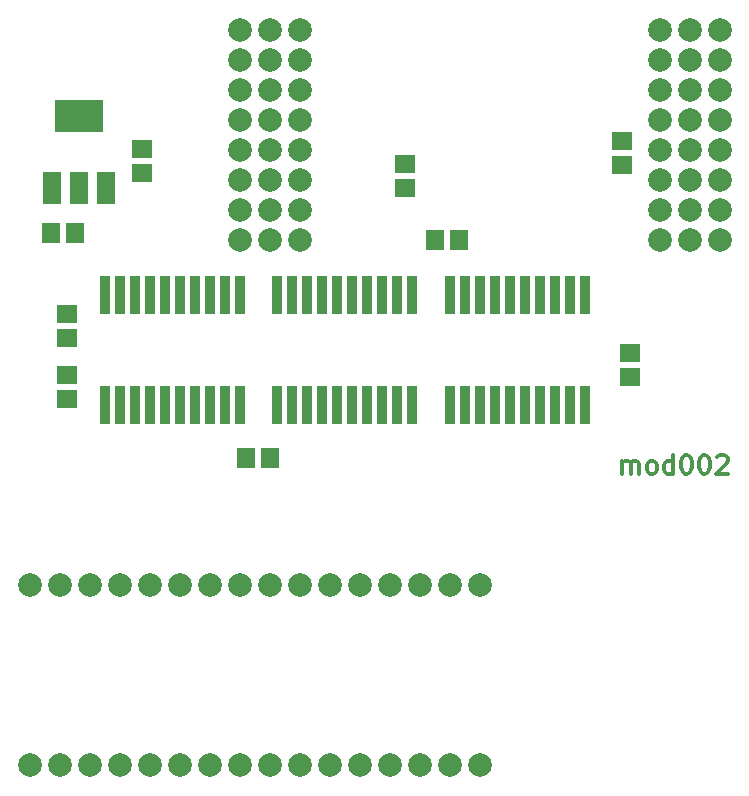
<source format=gts>
G04 #@! TF.FileFunction,Soldermask,Top*
%FSLAX46Y46*%
G04 Gerber Fmt 4.6, Leading zero omitted, Abs format (unit mm)*
G04 Created by KiCad (PCBNEW 4.0.7) date 02/11/20 08:43:37*
%MOMM*%
%LPD*%
G01*
G04 APERTURE LIST*
%ADD10C,0.200000*%
%ADD11C,0.350000*%
%ADD12C,2.000000*%
%ADD13R,1.700000X1.600000*%
%ADD14R,1.600000X1.700000*%
%ADD15R,1.500000X2.700000*%
%ADD16R,4.050000X2.800000*%
%ADD17R,0.900000X3.200000*%
G04 APERTURE END LIST*
D10*
D11*
X51460952Y27851190D02*
X51460952Y28917857D01*
X51460952Y28765476D02*
X51537143Y28841667D01*
X51689524Y28917857D01*
X51918095Y28917857D01*
X52070476Y28841667D01*
X52146667Y28689286D01*
X52146667Y27851190D01*
X52146667Y28689286D02*
X52222857Y28841667D01*
X52375238Y28917857D01*
X52603810Y28917857D01*
X52756190Y28841667D01*
X52832381Y28689286D01*
X52832381Y27851190D01*
X53822857Y27851190D02*
X53670476Y27927381D01*
X53594285Y28003571D01*
X53518095Y28155952D01*
X53518095Y28613095D01*
X53594285Y28765476D01*
X53670476Y28841667D01*
X53822857Y28917857D01*
X54051428Y28917857D01*
X54203809Y28841667D01*
X54280000Y28765476D01*
X54356190Y28613095D01*
X54356190Y28155952D01*
X54280000Y28003571D01*
X54203809Y27927381D01*
X54051428Y27851190D01*
X53822857Y27851190D01*
X55727619Y27851190D02*
X55727619Y29451190D01*
X55727619Y27927381D02*
X55575238Y27851190D01*
X55270476Y27851190D01*
X55118095Y27927381D01*
X55041904Y28003571D01*
X54965714Y28155952D01*
X54965714Y28613095D01*
X55041904Y28765476D01*
X55118095Y28841667D01*
X55270476Y28917857D01*
X55575238Y28917857D01*
X55727619Y28841667D01*
X56794285Y29451190D02*
X56946666Y29451190D01*
X57099047Y29375000D01*
X57175238Y29298810D01*
X57251428Y29146429D01*
X57327619Y28841667D01*
X57327619Y28460714D01*
X57251428Y28155952D01*
X57175238Y28003571D01*
X57099047Y27927381D01*
X56946666Y27851190D01*
X56794285Y27851190D01*
X56641904Y27927381D01*
X56565714Y28003571D01*
X56489523Y28155952D01*
X56413333Y28460714D01*
X56413333Y28841667D01*
X56489523Y29146429D01*
X56565714Y29298810D01*
X56641904Y29375000D01*
X56794285Y29451190D01*
X58318095Y29451190D02*
X58470476Y29451190D01*
X58622857Y29375000D01*
X58699048Y29298810D01*
X58775238Y29146429D01*
X58851429Y28841667D01*
X58851429Y28460714D01*
X58775238Y28155952D01*
X58699048Y28003571D01*
X58622857Y27927381D01*
X58470476Y27851190D01*
X58318095Y27851190D01*
X58165714Y27927381D01*
X58089524Y28003571D01*
X58013333Y28155952D01*
X57937143Y28460714D01*
X57937143Y28841667D01*
X58013333Y29146429D01*
X58089524Y29298810D01*
X58165714Y29375000D01*
X58318095Y29451190D01*
X59460953Y29298810D02*
X59537143Y29375000D01*
X59689524Y29451190D01*
X60070477Y29451190D01*
X60222858Y29375000D01*
X60299048Y29298810D01*
X60375239Y29146429D01*
X60375239Y28994048D01*
X60299048Y28765476D01*
X59384762Y27851190D01*
X60375239Y27851190D01*
D12*
X39370000Y18415000D03*
X36830000Y18415000D03*
X34290000Y18415000D03*
X31750000Y18415000D03*
X29210000Y18415000D03*
X26670000Y18415000D03*
X24130000Y18415000D03*
X21590000Y18415000D03*
X19050000Y18415000D03*
X16510000Y18415000D03*
X13970000Y18415000D03*
X11430000Y18415000D03*
X8890000Y18415000D03*
X6350000Y18415000D03*
X3810000Y18415000D03*
X1270000Y18415000D03*
X1270000Y3175000D03*
X3810000Y3175000D03*
X6350000Y3175000D03*
X8890000Y3175000D03*
X11430000Y3175000D03*
X13970000Y3175000D03*
X16510000Y3175000D03*
X19050000Y3175000D03*
X21590000Y3175000D03*
X24130000Y3175000D03*
X26670000Y3175000D03*
X29210000Y3175000D03*
X31750000Y3175000D03*
X34290000Y3175000D03*
X36830000Y3175000D03*
X39370000Y3175000D03*
D13*
X10795000Y53340000D03*
X10795000Y55384700D03*
D14*
X5080000Y48260000D03*
X3035300Y48260000D03*
D13*
X51435000Y53975000D03*
X51435000Y56019700D03*
X4445000Y39370000D03*
X4445000Y41414700D03*
D14*
X21590000Y29210000D03*
X19545300Y29210000D03*
X35560000Y47625000D03*
X37604700Y47625000D03*
D13*
X4445000Y36195000D03*
X4445000Y34150300D03*
X52070000Y38100000D03*
X52070000Y36055300D03*
X33020000Y52070000D03*
X33020000Y54114700D03*
D15*
X3175000Y52070000D03*
X5473700Y52070000D03*
X7772400Y52070000D03*
D16*
X5473700Y58166000D03*
D17*
X7620000Y33655000D03*
X8890000Y33655000D03*
X10160000Y33655000D03*
X11430000Y33655000D03*
X12700000Y33655000D03*
X13970000Y33655000D03*
X15240000Y33655000D03*
X16510000Y33655000D03*
X17780000Y33655000D03*
X19050000Y33655000D03*
X19050000Y42951400D03*
X17780000Y42951400D03*
X16510000Y42951400D03*
X15240000Y42951400D03*
X13970000Y42951400D03*
X12700000Y42951400D03*
X11430000Y42951400D03*
X10160000Y42951400D03*
X8890000Y42951400D03*
X7620000Y42951400D03*
X22225000Y33655000D03*
X23495000Y33655000D03*
X24765000Y33655000D03*
X26035000Y33655000D03*
X27305000Y33655000D03*
X28575000Y33655000D03*
X29845000Y33655000D03*
X31115000Y33655000D03*
X32385000Y33655000D03*
X33655000Y33655000D03*
X33655000Y42951400D03*
X32385000Y42951400D03*
X31115000Y42951400D03*
X29845000Y42951400D03*
X28575000Y42951400D03*
X27305000Y42951400D03*
X26035000Y42951400D03*
X24765000Y42951400D03*
X23495000Y42951400D03*
X22225000Y42951400D03*
X36830000Y33655000D03*
X38100000Y33655000D03*
X39370000Y33655000D03*
X40640000Y33655000D03*
X41910000Y33655000D03*
X43180000Y33655000D03*
X44450000Y33655000D03*
X45720000Y33655000D03*
X46990000Y33655000D03*
X48260000Y33655000D03*
X48260000Y42951400D03*
X46990000Y42951400D03*
X45720000Y42951400D03*
X44450000Y42951400D03*
X43180000Y42951400D03*
X41910000Y42951400D03*
X40640000Y42951400D03*
X39370000Y42951400D03*
X38100000Y42951400D03*
X36830000Y42951400D03*
D12*
X24130000Y47625000D03*
X21590000Y47625000D03*
X19050000Y47625000D03*
X24130000Y50165000D03*
X21590000Y50165000D03*
X19050000Y50165000D03*
X24130000Y52705000D03*
X21590000Y52705000D03*
X19050000Y52705000D03*
X24130000Y55245000D03*
X21590000Y55245000D03*
X19050000Y55245000D03*
X24130000Y57785000D03*
X21590000Y57785000D03*
X19050000Y57785000D03*
X24130000Y60325000D03*
X21590000Y60325000D03*
X19050000Y60325000D03*
X24130000Y62865000D03*
X21590000Y62865000D03*
X19050000Y62865000D03*
X24130000Y65405000D03*
X21590000Y65405000D03*
X19050000Y65405000D03*
X59690000Y65405000D03*
X57150000Y65405000D03*
X54610000Y65405000D03*
X59690000Y62865000D03*
X57150000Y62865000D03*
X54610000Y62865000D03*
X59690000Y60325000D03*
X57150000Y60325000D03*
X54610000Y60325000D03*
X59690000Y57785000D03*
X57150000Y57785000D03*
X54610000Y57785000D03*
X59690000Y55245000D03*
X57150000Y55245000D03*
X54610000Y55245000D03*
X59690000Y52705000D03*
X57150000Y52705000D03*
X54610000Y52705000D03*
X59690000Y50165000D03*
X57150000Y50165000D03*
X54610000Y50165000D03*
X59690000Y47625000D03*
X57150000Y47625000D03*
X54610000Y47625000D03*
M02*

</source>
